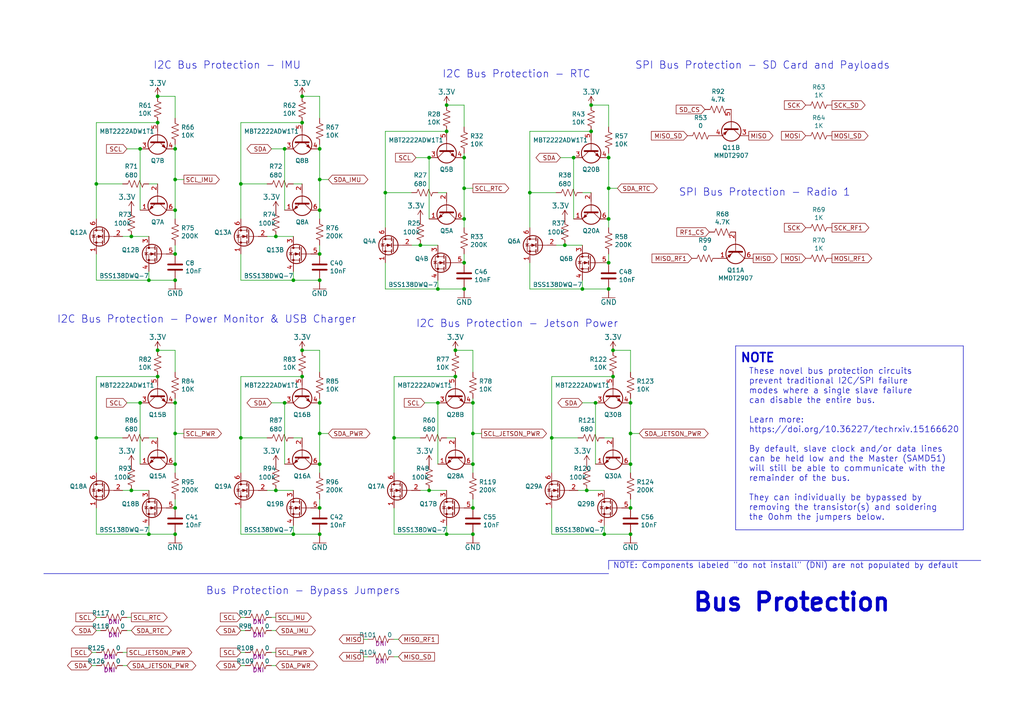
<source format=kicad_sch>
(kicad_sch (version 20230121) (generator eeschema)
  (paper "A4")
  (title_block (title "PyCubed Mainboard") (date "2021-06-09") (rev "v05c") (company "Max Holliday"))
  (junction (at 50.8 147.32))
  (junction (at 176.53 83.82))
  (junction (at 92.71 81.28))
  (junction (at 92.71 52.07))
  (junction (at 134.62 63.5))
  (junction (at 134.62 45.72))
  (junction (at 111.76 55.88))
  (junction (at 50.8 116.84))
  (junction (at 182.88 125.73))
  (junction (at 137.16 154.94))
  (junction (at 182.88 134.62))
  (junction (at 50.8 134.62))
  (junction (at 82.55 116.84))
  (junction (at 176.53 45.72))
  (junction (at 85.09 154.94))
  (junction (at 92.71 154.94))
  (junction (at 176.53 76.2))
  (junction (at 45.72 35.56))
  (junction (at 137.16 134.62))
  (junction (at 50.8 73.66))
  (junction (at 129.54 30.48))
  (junction (at 87.63 35.56))
  (junction (at 137.16 147.32))
  (junction (at 40.64 43.18))
  (junction (at 45.72 101.6))
  (junction (at 114.3 127))
  (junction (at 92.71 60.96))
  (junction (at 43.18 81.28))
  (junction (at 80.01 142.24))
  (junction (at 50.8 81.28))
  (junction (at 132.08 109.22))
  (junction (at 171.45 38.1))
  (junction (at 50.8 43.18))
  (junction (at 92.71 116.84))
  (junction (at 182.88 147.32))
  (junction (at 134.62 76.2))
  (junction (at 45.72 109.22))
  (junction (at 121.92 71.12))
  (junction (at 50.8 125.73))
  (junction (at 137.16 116.84))
  (junction (at 134.62 54.61))
  (junction (at 129.54 38.1))
  (junction (at 50.8 154.94))
  (junction (at 43.18 154.94))
  (junction (at 160.02 127))
  (junction (at 163.83 71.12))
  (junction (at 182.88 116.84))
  (junction (at 172.72 116.84))
  (junction (at 50.8 60.96))
  (junction (at 45.72 27.94))
  (junction (at 171.45 30.48))
  (junction (at 87.63 109.22))
  (junction (at 124.46 45.72))
  (junction (at 80.01 68.58))
  (junction (at 87.63 101.6))
  (junction (at 38.1 142.24))
  (junction (at 176.53 63.5))
  (junction (at 27.94 127))
  (junction (at 176.53 54.61))
  (junction (at 175.26 154.94))
  (junction (at 137.16 125.73))
  (junction (at 127 83.82))
  (junction (at 92.71 125.73))
  (junction (at 27.94 53.34))
  (junction (at 38.1 68.58))
  (junction (at 132.08 101.6))
  (junction (at 168.91 83.82))
  (junction (at 50.8 52.07))
  (junction (at 69.85 127))
  (junction (at 92.71 43.18))
  (junction (at 87.63 27.94))
  (junction (at 69.85 53.34))
  (junction (at 82.55 43.18))
  (junction (at 170.18 142.24))
  (junction (at 129.54 154.94))
  (junction (at 40.64 116.84))
  (junction (at 92.71 147.32))
  (junction (at 166.37 45.72))
  (junction (at 153.67 55.88))
  (junction (at 177.8 109.22))
  (junction (at 177.8 101.6))
  (junction (at 134.62 83.82))
  (junction (at 92.71 134.62))
  (junction (at 124.46 142.24))
  (junction (at 92.71 73.66))
  (junction (at 85.09 81.28))
  (junction (at 182.88 154.94))
  (junction (at 127 116.84))
  (wire (pts (xy 40.64 43.18) (xy 40.64 60.96)))
  (wire (pts (xy 40.64 116.84) (xy 40.64 134.62)))
  (wire (pts (xy 137.16 115.57) (xy 137.16 116.84)))
  (wire (pts (xy 69.85 179.07) (xy 71.12 179.07)))
  (wire (pts (xy 134.62 66.04) (xy 134.62 63.5)))
  (wire (pts (xy 69.85 73.66) (xy 69.85 81.28)))
  (wire (pts (xy 105.41 190.5) (xy 106.68 190.5)))
  (wire (pts (xy 69.85 189.23) (xy 71.12 189.23)))
  (wire (pts (xy 176.53 54.61) (xy 176.53 45.72)))
  (wire (pts (xy 127 83.82) (xy 134.62 83.82)))
  (wire (pts (xy 172.72 116.84) (xy 172.72 134.62)))
  (wire (pts (xy 160.02 147.32) (xy 160.02 154.94)))
  (wire (pts (xy 27.94 179.07) (xy 29.21 179.07)))
  (wire (pts (xy 153.67 38.1) (xy 171.45 38.1)))
  (wire (pts (xy 50.8 134.62) (xy 50.8 125.73)))
  (wire (pts (xy 38.1 179.07) (xy 36.83 179.07)))
  (wire (pts (xy 69.85 193.04) (xy 71.12 193.04)))
  (wire (pts (xy 120.65 45.72) (xy 124.46 45.72)))
  (wire (pts (xy 92.71 41.91) (xy 92.71 43.18)))
  (wire (pts (xy 115.57 185.42) (xy 114.3 185.42)))
  (wire (pts (xy 43.18 142.24) (xy 38.1 142.24)))
  (wire (pts (xy 182.88 134.62) (xy 182.88 125.73)))
  (wire (pts (xy 78.74 116.84) (xy 82.55 116.84)))
  (wire (pts (xy 127 116.84) (xy 127 134.62)))
  (wire (pts (xy 182.88 137.16) (xy 182.88 134.62)))
  (wire (pts (xy 127 81.28) (xy 127 83.82)))
  (wire (pts (xy 111.76 83.82) (xy 127 83.82)))
  (wire (pts (xy 160.02 154.94) (xy 175.26 154.94)))
  (wire (pts (xy 115.57 190.5) (xy 114.3 190.5)))
  (wire (pts (xy 137.16 137.16) (xy 137.16 134.62)))
  (wire (pts (xy 121.92 71.12) (xy 119.38 71.12)))
  (wire (pts (xy 129.54 55.88) (xy 127 55.88)))
  (wire (pts (xy 182.88 144.78) (xy 182.88 147.32)))
  (wire (pts (xy 129.54 154.94) (xy 137.16 154.94)))
  (wire (pts (xy 27.94 127) (xy 35.56 127)))
  (wire (pts (xy 175.26 142.24) (xy 170.18 142.24)))
  (wire (pts (xy 92.71 125.73) (xy 92.71 116.84)))
  (wire (pts (xy 82.55 43.18) (xy 82.55 60.96)))
  (wire (pts (xy 80.01 179.07) (xy 78.74 179.07)))
  (wire (pts (xy 50.8 52.07) (xy 50.8 43.18)))
  (wire (pts (xy 134.62 54.61) (xy 134.62 45.72)))
  (wire (pts (xy 50.8 137.16) (xy 50.8 134.62)))
  (wire (pts (xy 43.18 78.74) (xy 43.18 81.28)))
  (wire (pts (xy 50.8 101.6) (xy 45.72 101.6)))
  (wire (pts (xy 53.34 125.73) (xy 50.8 125.73)))
  (wire (pts (xy 85.09 68.58) (xy 80.01 68.58)))
  (wire (pts (xy 111.76 66.04) (xy 111.76 55.88)))
  (wire (pts (xy 137.16 144.78) (xy 137.16 147.32)))
  (polyline (pts (xy 176.53 162.56) (xy 284.48 162.56)))
  (wire (pts (xy 85.09 81.28) (xy 92.71 81.28)))
  (wire (pts (xy 114.3 127) (xy 114.3 109.22)))
  (wire (pts (xy 45.72 127) (xy 43.18 127)))
  (wire (pts (xy 176.53 44.45) (xy 176.53 45.72)))
  (wire (pts (xy 38.1 68.58) (xy 35.56 68.58)))
  (wire (pts (xy 114.3 154.94) (xy 129.54 154.94)))
  (wire (pts (xy 137.16 125.73) (xy 137.16 116.84)))
  (wire (pts (xy 27.94 53.34) (xy 27.94 35.56)))
  (wire (pts (xy 153.67 66.04) (xy 153.67 55.88)))
  (wire (pts (xy 160.02 137.16) (xy 160.02 127)))
  (wire (pts (xy 92.71 134.62) (xy 92.71 125.73)))
  (wire (pts (xy 92.71 63.5) (xy 92.71 60.96)))
  (wire (pts (xy 176.53 30.48) (xy 171.45 30.48)))
  (wire (pts (xy 168.91 116.84) (xy 172.72 116.84)))
  (wire (pts (xy 139.7 125.73) (xy 137.16 125.73)))
  (wire (pts (xy 50.8 60.96) (xy 50.8 52.07)))
  (wire (pts (xy 171.45 55.88) (xy 168.91 55.88)))
  (wire (pts (xy 85.09 142.24) (xy 80.01 142.24)))
  (wire (pts (xy 50.8 34.29) (xy 50.8 27.94)))
  (wire (pts (xy 80.01 189.23) (xy 78.74 189.23)))
  (wire (pts (xy 50.8 144.78) (xy 50.8 147.32)))
  (wire (pts (xy 137.16 107.95) (xy 137.16 101.6)))
  (wire (pts (xy 38.1 142.24) (xy 35.56 142.24)))
  (wire (pts (xy 111.76 55.88) (xy 111.76 38.1)))
  (wire (pts (xy 36.83 43.18) (xy 40.64 43.18)))
  (wire (pts (xy 182.88 101.6) (xy 177.8 101.6)))
  (wire (pts (xy 50.8 115.57) (xy 50.8 116.84)))
  (wire (pts (xy 27.94 63.5) (xy 27.94 53.34)))
  (wire (pts (xy 38.1 182.88) (xy 36.83 182.88)))
  (wire (pts (xy 43.18 152.4) (xy 43.18 154.94)))
  (wire (pts (xy 50.8 107.95) (xy 50.8 101.6)))
  (wire (pts (xy 134.62 30.48) (xy 129.54 30.48)))
  (wire (pts (xy 69.85 127) (xy 69.85 109.22)))
  (wire (pts (xy 92.71 27.94) (xy 87.63 27.94)))
  (wire (pts (xy 80.01 142.24) (xy 77.47 142.24)))
  (wire (pts (xy 182.88 115.57) (xy 182.88 116.84)))
  (wire (pts (xy 153.67 83.82) (xy 168.91 83.82)))
  (wire (pts (xy 182.88 125.73) (xy 182.88 116.84)))
  (wire (pts (xy 105.41 185.42) (xy 106.68 185.42)))
  (wire (pts (xy 92.71 60.96) (xy 92.71 52.07)))
  (wire (pts (xy 114.3 127) (xy 121.92 127)))
  (wire (pts (xy 176.53 36.83) (xy 176.53 30.48)))
  (wire (pts (xy 176.53 63.5) (xy 176.53 54.61)))
  (wire (pts (xy 114.3 147.32) (xy 114.3 154.94)))
  (wire (pts (xy 175.26 152.4) (xy 175.26 154.94)))
  (wire (pts (xy 92.71 71.12) (xy 92.71 73.66)))
  (wire (pts (xy 168.91 83.82) (xy 176.53 83.82)))
  (wire (pts (xy 80.01 193.04) (xy 78.74 193.04)))
  (polyline (pts (xy 213.36 100.33) (xy 213.36 153.67)))
  (wire (pts (xy 92.71 101.6) (xy 87.63 101.6)))
  (wire (pts (xy 69.85 81.28) (xy 85.09 81.28)))
  (wire (pts (xy 26.67 189.23) (xy 27.94 189.23)))
  (wire (pts (xy 27.94 137.16) (xy 27.94 127)))
  (wire (pts (xy 111.76 76.2) (xy 111.76 83.82)))
  (wire (pts (xy 80.01 68.58) (xy 77.47 68.58)))
  (wire (pts (xy 160.02 127) (xy 160.02 109.22)))
  (wire (pts (xy 50.8 41.91) (xy 50.8 43.18)))
  (wire (pts (xy 69.85 154.94) (xy 85.09 154.94)))
  (wire (pts (xy 87.63 53.34) (xy 85.09 53.34)))
  (wire (pts (xy 114.3 109.22) (xy 132.08 109.22)))
  (wire (pts (xy 85.09 78.74) (xy 85.09 81.28)))
  (wire (pts (xy 160.02 109.22) (xy 177.8 109.22)))
  (wire (pts (xy 53.34 52.07) (xy 50.8 52.07)))
  (wire (pts (xy 134.62 44.45) (xy 134.62 45.72)))
  (wire (pts (xy 92.71 144.78) (xy 92.71 147.32)))
  (wire (pts (xy 69.85 137.16) (xy 69.85 127)))
  (wire (pts (xy 50.8 27.94) (xy 45.72 27.94)))
  (wire (pts (xy 27.94 147.32) (xy 27.94 154.94)))
  (wire (pts (xy 153.67 55.88) (xy 153.67 38.1)))
  (wire (pts (xy 80.01 182.88) (xy 78.74 182.88)))
  (wire (pts (xy 92.71 115.57) (xy 92.71 116.84)))
  (wire (pts (xy 26.67 193.04) (xy 27.94 193.04)))
  (wire (pts (xy 166.37 45.72) (xy 166.37 63.5)))
  (wire (pts (xy 127 71.12) (xy 121.92 71.12)))
  (polyline (pts (xy 176.53 165.1) (xy 176.53 162.56)))
  (wire (pts (xy 27.94 154.94) (xy 43.18 154.94)))
  (wire (pts (xy 36.83 189.23) (xy 35.56 189.23)))
  (wire (pts (xy 43.18 81.28) (xy 50.8 81.28)))
  (wire (pts (xy 177.8 127) (xy 175.26 127)))
  (wire (pts (xy 27.94 109.22) (xy 45.72 109.22)))
  (wire (pts (xy 95.25 52.07) (xy 92.71 52.07)))
  (wire (pts (xy 27.94 53.34) (xy 35.56 53.34)))
  (wire (pts (xy 176.53 66.04) (xy 176.53 63.5)))
  (wire (pts (xy 153.67 55.88) (xy 161.29 55.88)))
  (wire (pts (xy 69.85 35.56) (xy 87.63 35.56)))
  (wire (pts (xy 36.83 116.84) (xy 40.64 116.84)))
  (wire (pts (xy 27.94 182.88) (xy 29.21 182.88)))
  (wire (pts (xy 163.83 71.12) (xy 161.29 71.12)))
  (wire (pts (xy 50.8 125.73) (xy 50.8 116.84)))
  (wire (pts (xy 153.67 76.2) (xy 153.67 83.82)))
  (wire (pts (xy 27.94 35.56) (xy 45.72 35.56)))
  (wire (pts (xy 137.16 101.6) (xy 132.08 101.6)))
  (wire (pts (xy 87.63 127) (xy 85.09 127)))
  (wire (pts (xy 69.85 53.34) (xy 77.47 53.34)))
  (wire (pts (xy 27.94 81.28) (xy 43.18 81.28)))
  (wire (pts (xy 137.16 134.62) (xy 137.16 125.73)))
  (wire (pts (xy 124.46 142.24) (xy 121.92 142.24)))
  (wire (pts (xy 50.8 63.5) (xy 50.8 60.96)))
  (wire (pts (xy 92.71 137.16) (xy 92.71 134.62)))
  (wire (pts (xy 160.02 127) (xy 167.64 127)))
  (wire (pts (xy 175.26 154.94) (xy 182.88 154.94)))
  (wire (pts (xy 179.07 54.61) (xy 176.53 54.61)))
  (wire (pts (xy 43.18 68.58) (xy 38.1 68.58)))
  (wire (pts (xy 134.62 63.5) (xy 134.62 54.61)))
  (wire (pts (xy 137.16 54.61) (xy 134.62 54.61)))
  (wire (pts (xy 168.91 81.28) (xy 168.91 83.82)))
  (wire (pts (xy 182.88 107.95) (xy 182.88 101.6)))
  (wire (pts (xy 111.76 38.1) (xy 129.54 38.1)))
  (wire (pts (xy 170.18 142.24) (xy 167.64 142.24)))
  (wire (pts (xy 78.74 43.18) (xy 82.55 43.18)))
  (wire (pts (xy 27.94 127) (xy 27.94 109.22)))
  (polyline (pts (xy 279.4 100.33) (xy 213.36 100.33)))
  (wire (pts (xy 43.18 154.94) (xy 50.8 154.94)))
  (wire (pts (xy 27.94 73.66) (xy 27.94 81.28)))
  (wire (pts (xy 85.09 152.4) (xy 85.09 154.94)))
  (wire (pts (xy 92.71 52.07) (xy 92.71 43.18)))
  (wire (pts (xy 132.08 127) (xy 129.54 127)))
  (polyline (pts (xy 12.7 166.37) (xy 176.53 166.37)))
  (wire (pts (xy 129.54 142.24) (xy 124.46 142.24)))
  (wire (pts (xy 134.62 36.83) (xy 134.62 30.48)))
  (wire (pts (xy 69.85 63.5) (xy 69.85 53.34)))
  (polyline (pts (xy 279.4 153.67) (xy 279.4 100.33)))
  (wire (pts (xy 185.42 125.73) (xy 182.88 125.73)))
  (wire (pts (xy 69.85 127) (xy 77.47 127)))
  (wire (pts (xy 123.19 116.84) (xy 127 116.84)))
  (wire (pts (xy 69.85 109.22) (xy 87.63 109.22)))
  (wire (pts (xy 82.55 116.84) (xy 82.55 134.62)))
  (wire (pts (xy 69.85 53.34) (xy 69.85 35.56)))
  (wire (pts (xy 114.3 137.16) (xy 114.3 127)))
  (wire (pts (xy 92.71 107.95) (xy 92.71 101.6)))
  (wire (pts (xy 168.91 71.12) (xy 163.83 71.12)))
  (wire (pts (xy 85.09 154.94) (xy 92.71 154.94)))
  (polyline (pts (xy 213.36 153.67) (xy 279.4 153.67)))
  (wire (pts (xy 129.54 152.4) (xy 129.54 154.94)))
  (wire (pts (xy 36.83 193.04) (xy 35.56 193.04)))
  (wire (pts (xy 69.85 147.32) (xy 69.85 154.94)))
  (wire (pts (xy 45.72 53.34) (xy 43.18 53.34)))
  (wire (pts (xy 124.46 45.72) (xy 124.46 63.5)))
  (wire (pts (xy 134.62 73.66) (xy 134.62 76.2)))
  (wire (pts (xy 95.25 125.73) (xy 92.71 125.73)))
  (wire (pts (xy 176.53 73.66) (xy 176.53 76.2)))
  (wire (pts (xy 162.56 45.72) (xy 166.37 45.72)))
  (wire (pts (xy 69.85 182.88) (xy 71.12 182.88)))
  (wire (pts (xy 50.8 71.12) (xy 50.8 73.66)))
  (wire (pts (xy 111.76 55.88) (xy 119.38 55.88)))
  (wire (pts (xy 92.71 34.29) (xy 92.71 27.94)))
  (text "I2C Bus Protection - RTC" (at 128.27 22.86 0) (effects (font (size 2.159 2.159)) (justify left bottom)))
  (text "I2C Bus Protection - Power Monitor & USB Charger" (at 16.51 93.98 0) (effects (font (size 2.159 2.159)) (justify left bottom)))
  (text "SPI Bus Protection - Radio 1" (at 196.85 57.15 0) (effects (font (size 2.159 2.159)) (justify left bottom)))
  (text "SPI Bus Protection - SD Card and Payloads" (at 184.15 20.32 0) (effects (font (size 2.159 2.159)) (justify left bottom)))
  (text "These novel bus protection circuits\nprevent traditional I2C/SPI failure \nmodes where a single slave failure\ncan disable the entire bus.\n\nLearn more: \nhttps://doi.org/10.36227/techrxiv.15166620\n\nBy default, slave clock and/or data lines \ncan be held low and the Master (SAMD51) \nwill still be able to communicate with the \nremainder of the bus.\n\nThey can individually be bypassed by \nremoving the transistor(s) and soldering\nthe 0ohm the jumpers below." (at 217.17 151.13 0) (effects (font (size 1.7526 1.7526)) (justify left bottom)))
  (text "I2C Bus Protection - Jetson Power\n" (at 120.65 95.25 0) (effects (font (size 2.159 2.159)) (justify left bottom)))
  (text "NOTE" (at 214.63 105.41 0) (effects (font (size 2.54 2.54) (thickness 0.508) bold) (justify left bottom)))
  (text "I2C Bus Protection - IMU" (at 44.45 20.32 0) (effects (font (size 2.159 2.159)) (justify left bottom)))
  (text "Bus Protection - Bypass Jumpers" (at 59.69 172.72 0) (effects (font (size 2.159 2.159)) (justify left bottom)))
  (text "NOTE: Components labeled \"do not install\" (DNI) are not populated by default" (at 177.8 165.1 0) (effects (font (size 1.651 1.651)) (justify left bottom)))
  (text "Bus Protection" (at 200.66 177.8 0) (effects (font (size 5.08 5.08) (thickness 1.016) bold) (justify left bottom)))
  (global_label "SCL" (shape input) (at 26.67 189.23 180) (property "Intersheetrefs" "${INTERSHEET_REFS}" (effects hide)))
  (global_label "SCK_SD" (shape output) (at 241.3 30.48 0) (property "Intersheetrefs" "${INTERSHEET_REFS}" (effects hide)))
  (global_label "SCL_JETSON_PWR" (shape output) (at 36.83 189.23 0) (property "Intersheetrefs" "${INTERSHEET_REFS}" (effects hide)))
  (global_label "SDA" (shape bidirectional) (at 78.74 43.18 180) (property "Intersheetrefs" "${INTERSHEET_REFS}" (effects hide)))
  (global_label "MISO_SD" (shape input) (at 199.39 39.37 180) (property "Intersheetrefs" "${INTERSHEET_REFS}" (effects hide)))
  (global_label "SDA" (shape bidirectional) (at 26.67 193.04 180) (property "Intersheetrefs" "${INTERSHEET_REFS}" (effects hide)))
  (global_label "SDA" (shape bidirectional) (at 168.91 116.84 180) (property "Intersheetrefs" "${INTERSHEET_REFS}" (effects hide)))
  (global_label "SCL_JETSON_PWR" (shape output) (at 139.7 125.73 0) (property "Intersheetrefs" "${INTERSHEET_REFS}" (effects hide)))
  (global_label "SDA_IMU" (shape bidirectional) (at 80.01 182.88 0) (property "Intersheetrefs" "${INTERSHEET_REFS}" (effects hide)))
  (global_label "SCL" (shape input) (at 123.19 116.84 180) (property "Intersheetrefs" "${INTERSHEET_REFS}" (effects hide)))
  (global_label "SDA_JETSON_PWR" (shape bidirectional) (at 185.42 125.73 0) (property "Intersheetrefs" "${INTERSHEET_REFS}" (effects hide)))
  (global_label "SCL_RTC" (shape output) (at 38.1 179.07 0) (property "Intersheetrefs" "${INTERSHEET_REFS}" (effects hide)))
  (global_label "MISO" (shape output) (at 105.41 185.42 180) (property "Intersheetrefs" "${INTERSHEET_REFS}" (effects hide)))
  (global_label "SDA_PWR" (shape bidirectional) (at 80.01 193.04 0) (property "Intersheetrefs" "${INTERSHEET_REFS}" (effects hide)))
  (global_label "MOSI_SD" (shape output) (at 241.3 39.37 0) (property "Intersheetrefs" "${INTERSHEET_REFS}" (effects hide)))
  (global_label "SDA_RTC" (shape bidirectional) (at 179.07 54.61 0) (property "Intersheetrefs" "${INTERSHEET_REFS}" (effects hide)))
  (global_label "MISO" (shape output) (at 105.41 190.5 180) (property "Intersheetrefs" "${INTERSHEET_REFS}" (effects hide)))
  (global_label "SD_CS" (shape input) (at 204.47 31.75 180) (property "Intersheetrefs" "${INTERSHEET_REFS}" (effects hide)))
  (global_label "SCL" (shape input) (at 69.85 179.07 180) (property "Intersheetrefs" "${INTERSHEET_REFS}" (effects hide)))
  (global_label "SCL" (shape input) (at 69.85 189.23 180) (property "Intersheetrefs" "${INTERSHEET_REFS}" (effects hide)))
  (global_label "MISO_RF1" (shape input) (at 200.66 74.93 180) (property "Intersheetrefs" "${INTERSHEET_REFS}" (effects hide)))
  (global_label "SCL" (shape input) (at 27.94 179.07 180) (property "Intersheetrefs" "${INTERSHEET_REFS}" (effects hide)))
  (global_label "SCL" (shape input) (at 120.65 45.72 180) (property "Intersheetrefs" "${INTERSHEET_REFS}" (effects hide)))
  (global_label "SCK" (shape input) (at 233.68 30.48 180) (property "Intersheetrefs" "${INTERSHEET_REFS}" (effects hide)))
  (global_label "SCK" (shape input) (at 233.68 66.04 180) (property "Intersheetrefs" "${INTERSHEET_REFS}" (effects hide)))
  (global_label "SCL_IMU" (shape output) (at 80.01 179.07 0) (property "Intersheetrefs" "${INTERSHEET_REFS}" (effects hide)))
  (global_label "SDA_PWR" (shape bidirectional) (at 95.25 125.73 0) (property "Intersheetrefs" "${INTERSHEET_REFS}" (effects hide)))
  (global_label "MISO" (shape output) (at 217.17 39.37 0) (property "Intersheetrefs" "${INTERSHEET_REFS}" (effects hide)))
  (global_label "MOSI" (shape input) (at 233.68 39.37 180) (property "Intersheetrefs" "${INTERSHEET_REFS}" (effects hide)))
  (global_label "SCL_PWR" (shape output) (at 53.34 125.73 0) (property "Intersheetrefs" "${INTERSHEET_REFS}" (effects hide)))
  (global_label "SDA" (shape bidirectional) (at 162.56 45.72 180) (property "Intersheetrefs" "${INTERSHEET_REFS}" (effects hide)))
  (global_label "SDA" (shape bidirectional) (at 27.94 182.88 180) (property "Intersheetrefs" "${INTERSHEET_REFS}" (effects hide)))
  (global_label "MISO" (shape output) (at 218.44 74.93 0) (property "Intersheetrefs" "${INTERSHEET_REFS}" (effects hide)))
  (global_label "SDA_IMU" (shape bidirectional) (at 95.25 52.07 0) (property "Intersheetrefs" "${INTERSHEET_REFS}" (effects hide)))
  (global_label "MOSI" (shape input) (at 233.68 74.93 180) (property "Intersheetrefs" "${INTERSHEET_REFS}" (effects hide)))
  (global_label "SCL" (shape input) (at 36.83 116.84 180) (property "Intersheetrefs" "${INTERSHEET_REFS}" (effects hide)))
  (global_label "SDA" (shape bidirectional) (at 78.74 116.84 180) (property "Intersheetrefs" "${INTERSHEET_REFS}" (effects hide)))
  (global_label "MISO_RF1" (shape input) (at 115.57 185.42 0) (property "Intersheetrefs" "${INTERSHEET_REFS}" (effects hide)))
  (global_label "SCK_RF1" (shape output) (at 241.3 66.04 0) (property "Intersheetrefs" "${INTERSHEET_REFS}" (effects hide)))
  (global_label "MISO_SD" (shape input) (at 115.57 190.5 0) (property "Intersheetrefs" "${INTERSHEET_REFS}" (effects hide)))
  (global_label "SDA_JETSON_PWR" (shape bidirectional) (at 36.83 193.04 0) (property "Intersheetrefs" "${INTERSHEET_REFS}" (effects hide)))
  (global_label "SDA" (shape bidirectional) (at 69.85 193.04 180) (property "Intersheetrefs" "${INTERSHEET_REFS}" (effects hide)))
  (global_label "SCL_IMU" (shape output) (at 53.34 52.07 0) (property "Intersheetrefs" "${INTERSHEET_REFS}" (effects hide)))
  (global_label "SCL_PWR" (shape output) (at 80.01 189.23 0) (property "Intersheetrefs" "${INTERSHEET_REFS}" (effects hide)))
  (global_label "RF1_CS" (shape input) (at 205.74 67.31 180) (property "Intersheetrefs" "${INTERSHEET_REFS}" (effects hide)))
  (global_label "SDA" (shape bidirectional) (at 69.85 182.88 180) (property "Intersheetrefs" "${INTERSHEET_REFS}" (effects hide)))
  (global_label "MOSI_RF1" (shape output) (at 241.3 74.93 0) (property "Intersheetrefs" "${INTERSHEET_REFS}" (effects hide)))
  (global_label "SDA_RTC" (shape bidirectional) (at 38.1 182.88 0) (property "Intersheetrefs" "${INTERSHEET_REFS}" (effects hide)))
  (global_label "SCL" (shape input) (at 36.83 43.18 180) (property "Intersheetrefs" "${INTERSHEET_REFS}" (effects hide)))
  (global_label "SCL_RTC" (shape output) (at 137.16 54.61 0) (property "Intersheetrefs" "${INTERSHEET_REFS}" (effects hide)))
  (symbol (lib_id "mainboard:BSS138DWQ-7") (at 29.21 68.58 0) (mirror y) (unit 1)
    (property "Reference" "Q12" (at 25.273 67.4116 0) (effects (justify left)))
    (property "Value" "BSS138DWQ-7" (at 43.18 80.01 0) (effects (justify left)))
    (property "Footprint" "mainboard:BSS138DWQ-7" (effects hide))
    (property "Datasheet" "https://www.diodes.com/assets/Datasheets/BSS138DWQ.pdf" (effects hide))
    (property "Description" "Dual N-Channel MOSFET - 2NMOS" (effects hide))
    (property "Flight" "BSS138DWQ-7" (effects hide))
    (property "Manufacturer_Name" "Diodes Incorporated" (effects hide))
    (property "Manufacturer_Part_Number" "BSS138DWQ-7" (effects hide))
    (property "Proto" "BSS138DWQ-7" (effects hide))
  )
  (symbol (lib_id "mainboard:BSS138DWQ-7") (at 44.45 73.66 0) (mirror y) (unit 2)
    (property "Reference" "Q12" (at 40.513 72.4916 0) (effects (justify left)))
    (property "Value" "BSS138DWQ-7" (effects hide))
    (property "Footprint" "mainboard:BSS138DWQ-7" (effects hide))
    (property "Datasheet" "https://www.diodes.com/assets/Datasheets/BSS138DWQ.pdf" (effects hide))
    (property "Description" "Dual N-Channel MOSFET - 2NMOS" (effects hide))
    (property "Flight" "BSS138DWQ-7" (effects hide))
    (property "Manufacturer_Name" "Diodes Incorporated" (effects hide))
    (property "Manufacturer_Part_Number" "BSS138DWQ-7" (effects hide))
    (property "Proto" "BSS138DWQ-7" (effects hide))
  )
  (symbol (lib_id "Transistor_BJT:MBT2222ADW1T1") (at 45.72 58.42 270) (unit 1)
    (property "Reference" "Q7" (at 45.72 64.4144 90))
    (property "Value" "MBT2222ADW1T1" (effects hide))
    (property "Footprint" "Package_TO_SOT_SMD:SOT-363_SC-70-6" (effects hide))
    (property "Datasheet" "http://www.onsemi.com/pub_link/Collateral/MBT2222ADW1T1-D.PDF" (effects hide))
    (property "Description" "Dual NPN BJT - 2NPN" (effects hide))
    (property "Flight" "MBT2222ADW1T1G" (effects hide))
    (property "Manufacturer_Name" "ON Semiconductor" (effects hide))
    (property "Manufacturer_Part_Number" "MBT2222ADW1T1G" (effects hide))
    (property "Proto" "MBT2222ADW1T1G" (effects hide))
  )
  (symbol (lib_id "Transistor_BJT:MBT2222ADW1T1") (at 45.72 40.64 90) (mirror x) (unit 2)
    (property "Reference" "Q7" (at 45.72 46.609 90))
    (property "Value" "MBT2222ADW1T1" (at 36.83 38.1 90))
    (property "Footprint" "Package_TO_SOT_SMD:SOT-363_SC-70-6" (effects hide))
    (property "Datasheet" "http://www.onsemi.com/pub_link/Collateral/MBT2222ADW1T1-D.PDF" (effects hide))
    (property "Description" "Dual NPN BJT - 2NPN" (effects hide))
    (property "Flight" "MBT2222ADW1T1G" (effects hide))
    (property "Manufacturer_Name" "ON Semiconductor" (effects hide))
    (property "Manufacturer_Part_Number" "MBT2222ADW1T1G" (effects hide))
    (property "Proto" "MBT2222ADW1T1G" (effects hide))
  )
  (symbol (lib_id "Device:C") (at 50.8 77.47 0) (unit 1)
    (property "Reference" "C8" (at 53.721 76.3016 0) (effects (justify left)))
    (property "Value" "10nF" (at 53.721 78.613 0) (effects (justify left)))
    (property "Footprint" "Capacitor_SMD:C_0603_1608Metric" (effects hide))
    (property "Description" "10nF +-10% 50V X7R" (effects hide))
  )
  (symbol (lib_id "mainboard:GND") (at 50.8 83.82 0) (unit 1)
    (property "Reference" "#GND045" (effects hide))
    (property "Value" "GND" (at 50.8 85.09 0) (effects (font (size 1.4986 1.4986))))
  )
  (symbol (lib_id "Device:R_US") (at 50.8 38.1 0) (unit 1)
    (property "Reference" "R66" (at 52.5272 36.9316 0) (effects (justify left)))
    (property "Value" "10K" (at 52.5272 39.243 0) (effects (justify left)))
    (property "Footprint" "Resistor_SMD:R_0603_1608Metric" (effects hide))
    (property "Description" "10K 0603" (effects hide))
  )
  (symbol (lib_id "Device:R_US") (at 45.72 31.75 0) (unit 1)
    (property "Reference" "R61" (at 44.0182 30.5816 0) (effects (justify right)))
    (property "Value" "10K" (at 44.0182 32.893 0) (effects (justify right)))
    (property "Footprint" "Resistor_SMD:R_0603_1608Metric" (effects hide))
    (property "Description" "10K 0603" (effects hide))
  )
  (symbol (lib_id "mainboard:3.3V") (at 45.72 27.94 0) (unit 1)
    (property "Reference" "#P+01" (effects hide))
    (property "Value" "3.3V" (at 45.72 24.13 0) (effects (font (size 1.4986 1.4986))))
  )
  (symbol (lib_id "Device:R_US") (at 39.37 53.34 270) (unit 1)
    (property "Reference" "R71" (at 38.1 48.26 90))
    (property "Value" "680" (at 38.1 50.8 90))
    (property "Footprint" "Resistor_SMD:R_0603_1608Metric" (effects hide))
    (property "Description" "680 0603" (effects hide))
  )
  (symbol (lib_id "Device:R_US") (at 38.1 64.77 0) (unit 1)
    (property "Reference" "R73" (at 34.29 62.23 0) (effects (justify left)))
    (property "Value" "100K" (at 33.02 64.77 0) (effects (justify left)))
    (property "Footprint" "Resistor_SMD:R_0603_1608Metric" (effects hide))
    (property "Description" "100K 0603" (effects hide))
  )
  (symbol (lib_id "mainboard:3.3V") (at 38.1 60.96 0) (unit 1)
    (property "Reference" "#P+07" (effects hide))
    (property "Value" "3.3V" (at 36.83 57.15 0) (effects (font (size 1.4986 1.4986))))
  )
  (symbol (lib_id "Device:R_US") (at 50.8 67.31 0) (unit 1)
    (property "Reference" "R75" (at 52.5272 66.1416 0) (effects (justify left)))
    (property "Value" "200K" (at 52.5272 68.453 0) (effects (justify left)))
    (property "Footprint" "Resistor_SMD:R_0603_1608Metric" (effects hide))
    (property "Description" "200K 0603" (effects hide))
  )
  (symbol (lib_id "Transistor_BJT:MBT2222ADW1T1") (at 87.63 58.42 270) (unit 1)
    (property "Reference" "Q8" (at 87.63 64.4144 90))
    (property "Value" "MBT2222ADW1T1" (effects hide))
    (property "Footprint" "Package_TO_SOT_SMD:SOT-363_SC-70-6" (effects hide))
    (property "Datasheet" "http://www.onsemi.com/pub_link/Collateral/MBT2222ADW1T1-D.PDF" (effects hide))
    (property "Description" "Dual NPN BJT - 2NPN" (effects hide))
    (property "Flight" "MBT2222ADW1T1G" (effects hide))
    (property "Manufacturer_Name" "ON Semiconductor" (effects hide))
    (property "Manufacturer_Part_Number" "MBT2222ADW1T1G" (effects hide))
    (property "Proto" "MBT2222ADW1T1G" (effects hide))
  )
  (symbol (lib_id "Transistor_BJT:MBT2222ADW1T1") (at 87.63 40.64 90) (mirror x) (unit 2)
    (property "Reference" "Q8" (at 87.63 46.609 90))
    (property "Value" "MBT2222ADW1T1" (at 78.74 38.1 90))
    (property "Footprint" "Package_TO_SOT_SMD:SOT-363_SC-70-6" (effects hide))
    (property "Datasheet" "http://www.onsemi.com/pub_link/Collateral/MBT2222ADW1T1-D.PDF" (effects hide))
    (property "Description" "Dual NPN BJT - 2NPN" (effects hide))
    (property "Flight" "MBT2222ADW1T1G" (effects hide))
    (property "Manufacturer_Name" "ON Semiconductor" (effects hide))
    (property "Manufacturer_Part_Number" "MBT2222ADW1T1G" (effects hide))
    (property "Proto" "MBT2222ADW1T1G" (effects hide))
  )
  (symbol (lib_id "Device:C") (at 92.71 77.47 0) (unit 1)
    (property "Reference" "C40" (at 95.631 76.3016 0) (effects (justify left)))
    (property "Value" "10nF" (at 95.631 78.613 0) (effects (justify left)))
    (property "Footprint" "Capacitor_SMD:C_0603_1608Metric" (effects hide))
    (property "Description" "10nF +-10% 50V X7R" (effects hide))
  )
  (symbol (lib_id "mainboard:GND") (at 92.71 83.82 0) (unit 1)
    (property "Reference" "#GND046" (effects hide))
    (property "Value" "GND" (at 92.71 85.09 0) (effects (font (size 1.4986 1.4986))))
  )
  (symbol (lib_id "Device:R_US") (at 87.63 31.75 0) (unit 1)
    (property "Reference" "R62" (at 85.9282 30.5816 0) (effects (justify right)))
    (property "Value" "10K" (at 85.9282 32.893 0) (effects (justify right)))
    (property "Footprint" "Resistor_SMD:R_0603_1608Metric" (effects hide))
    (property "Description" "10K 0603" (effects hide))
  )
  (symbol (lib_id "mainboard:3.3V") (at 87.63 27.94 0) (unit 1)
    (property "Reference" "#P+02" (effects hide))
    (property "Value" "3.3V" (at 87.63 24.13 0) (effects (font (size 1.4986 1.4986))))
  )
  (symbol (lib_id "Device:R_US") (at 81.28 53.34 270) (unit 1)
    (property "Reference" "R72" (at 80.01 48.26 90))
    (property "Value" "680" (at 80.01 50.8 90))
    (property "Footprint" "Resistor_SMD:R_0603_1608Metric" (effects hide))
    (property "Description" "680 0603" (effects hide))
  )
  (symbol (lib_id "mainboard:BSS138DWQ-7") (at 86.36 73.66 0) (mirror y) (unit 2)
    (property "Reference" "Q13" (at 82.423 72.4916 0) (effects (justify left)))
    (property "Value" "BSS138DWQ-7" (effects hide))
    (property "Footprint" "mainboard:BSS138DWQ-7" (effects hide))
    (property "Datasheet" "https://www.diodes.com/assets/Datasheets/BSS138DWQ.pdf" (effects hide))
    (property "Description" "Dual N-Channel MOSFET - 2NMOS" (effects hide))
    (property "Flight" "BSS138DWQ-7" (effects hide))
    (property "Manufacturer_Name" "Diodes Incorporated" (effects hide))
    (property "Manufacturer_Part_Number" "BSS138DWQ-7" (effects hide))
    (property "Proto" "BSS138DWQ-7" (effects hide))
  )
  (symbol (lib_id "Device:R_US") (at 92.71 67.31 0) (unit 1)
    (property "Reference" "R76" (at 94.4372 66.1416 0) (effects (justify left)))
    (property "Value" "200K" (at 94.4372 68.453 0) (effects (justify left)))
    (property "Footprint" "Resistor_SMD:R_0603_1608Metric" (effects hide))
    (property "Description" "200K 0603" (effects hide))
  )
  (symbol (lib_id "mainboard:3.3V") (at 80.01 60.96 0) (unit 1)
    (property "Reference" "#P+08" (effects hide))
    (property "Value" "3.3V" (at 78.74 57.15 0) (effects (font (size 1.4986 1.4986))))
  )
  (symbol (lib_id "Device:R_US") (at 80.01 64.77 0) (unit 1)
    (property "Reference" "R74" (at 76.2 62.23 0) (effects (justify left)))
    (property "Value" "100K" (at 74.93 64.77 0) (effects (justify left)))
    (property "Footprint" "Resistor_SMD:R_0603_1608Metric" (effects hide))
    (property "Description" "100K 0603" (effects hide))
  )
  (symbol (lib_id "mainboard:BSS138DWQ-7") (at 71.12 68.58 0) (mirror y) (unit 1)
    (property "Reference" "Q13" (at 67.183 67.4116 0) (effects (justify left)))
    (property "Value" "BSS138DWQ-7" (at 85.09 80.01 0) (effects (justify left)))
    (property "Footprint" "mainboard:BSS138DWQ-7" (effects hide))
    (property "Datasheet" "https://www.diodes.com/assets/Datasheets/BSS138DWQ.pdf" (effects hide))
    (property "Description" "Dual N-Channel MOSFET - 2NMOS" (effects hide))
    (property "Flight" "BSS138DWQ-7" (effects hide))
    (property "Manufacturer_Name" "Diodes Incorporated" (effects hide))
    (property "Manufacturer_Part_Number" "BSS138DWQ-7" (effects hide))
    (property "Proto" "BSS138DWQ-7" (effects hide))
  )
  (symbol (lib_id "Device:R_US") (at 92.71 38.1 0) (unit 1)
    (property "Reference" "R67" (at 94.4372 36.9316 0) (effects (justify left)))
    (property "Value" "10K" (at 94.4372 39.243 0) (effects (justify left)))
    (property "Footprint" "Resistor_SMD:R_0603_1608Metric" (effects hide))
    (property "Description" "10K 0603" (effects hide))
  )
  (symbol (lib_id "Transistor_BJT:MBT2222ADW1T1") (at 45.72 114.3 90) (mirror x) (unit 2)
    (property "Reference" "Q15" (at 45.72 120.269 90))
    (property "Value" "MBT2222ADW1T1" (at 36.83 111.76 90))
    (property "Footprint" "Package_TO_SOT_SMD:SOT-363_SC-70-6" (effects hide))
    (property "Datasheet" "http://www.onsemi.com/pub_link/Collateral/MBT2222ADW1T1-D.PDF" (effects hide))
    (property "Description" "Dual NPN BJT - 2NPN" (effects hide))
    (property "Flight" "MBT2222ADW1T1G" (effects hide))
    (property "Manufacturer_Name" "ON Semiconductor" (effects hide))
    (property "Manufacturer_Part_Number" "MBT2222ADW1T1G" (effects hide))
    (property "Proto" "MBT2222ADW1T1G" (effects hide))
  )
  (symbol (lib_id "Device:C") (at 50.8 151.13 0) (unit 1)
    (property "Reference" "C41" (at 53.721 149.9616 0) (effects (justify left)))
    (property "Value" "10nF" (at 53.721 152.273 0) (effects (justify left)))
    (property "Footprint" "Capacitor_SMD:C_0603_1608Metric" (effects hide))
    (property "Description" "10nF +-10% 50V X7R" (effects hide))
  )
  (symbol (lib_id "mainboard:GND") (at 50.8 157.48 0) (unit 1)
    (property "Reference" "#GND050" (effects hide))
    (property "Value" "GND" (at 50.8 158.75 0) (effects (font (size 1.4986 1.4986))))
  )
  (symbol (lib_id "Device:R_US") (at 45.72 105.41 0) (unit 1)
    (property "Reference" "R82" (at 44.0182 104.2416 0) (effects (justify right)))
    (property "Value" "10K" (at 44.0182 106.553 0) (effects (justify right)))
    (property "Footprint" "Resistor_SMD:R_0603_1608Metric" (effects hide))
    (property "Description" "10K 0603" (effects hide))
  )
  (symbol (lib_id "mainboard:3.3V") (at 45.72 101.6 0) (unit 1)
    (property "Reference" "#P+012" (effects hide))
    (property "Value" "3.3V" (at 45.72 97.79 0) (effects (font (size 1.4986 1.4986))))
  )
  (symbol (lib_id "Device:R_US") (at 39.37 127 270) (unit 1)
    (property "Reference" "R86" (at 38.1 121.92 90))
    (property "Value" "680" (at 38.1 124.46 90))
    (property "Footprint" "Resistor_SMD:R_0603_1608Metric" (effects hide))
    (property "Description" "680 0603" (effects hide))
  )
  (symbol (lib_id "mainboard:BSS138DWQ-7") (at 44.45 147.32 0) (mirror y) (unit 2)
    (property "Reference" "Q18" (at 40.513 146.1516 0) (effects (justify left)))
    (property "Value" "BSS138DWQ-7" (effects hide))
    (property "Footprint" "mainboard:BSS138DWQ-7" (effects hide))
    (property "Datasheet" "https://www.diodes.com/assets/Datasheets/BSS138DWQ.pdf" (effects hide))
    (property "Description" "Dual N-Channel MOSFET - 2NMOS" (effects hide))
    (property "Flight" "BSS138DWQ-7" (effects hide))
    (property "Manufacturer_Name" "Diodes Incorporated" (effects hide))
    (property "Manufacturer_Part_Number" "BSS138DWQ-7" (effects hide))
    (property "Proto" "BSS138DWQ-7" (effects hide))
  )
  (symbol (lib_id "Device:R_US") (at 50.8 140.97 0) (unit 1)
    (property "Reference" "R95" (at 52.5272 139.8016 0) (effects (justify left)))
    (property "Value" "200K" (at 52.5272 142.113 0) (effects (justify left)))
    (property "Footprint" "Resistor_SMD:R_0603_1608Metric" (effects hide))
    (property "Description" "200K 0603" (effects hide))
  )
  (symbol (lib_id "mainboard:3.3V") (at 38.1 134.62 0) (unit 1)
    (property "Reference" "#P+017" (effects hide))
    (property "Value" "3.3V" (at 36.83 130.81 0) (effects (font (size 1.4986 1.4986))))
  )
  (symbol (lib_id "Device:R_US") (at 38.1 138.43 0) (unit 1)
    (property "Reference" "R93" (at 34.29 135.89 0) (effects (justify left)))
    (property "Value" "100K" (at 33.02 138.43 0) (effects (justify left)))
    (property "Footprint" "Resistor_SMD:R_0603_1608Metric" (effects hide))
    (property "Description" "100K 0603" (effects hide))
  )
  (symbol (lib_id "mainboard:BSS138DWQ-7") (at 29.21 142.24 0) (mirror y) (unit 1)
    (property "Reference" "Q18" (at 25.273 141.0716 0) (effects (justify left)))
    (property "Value" "BSS138DWQ-7" (at 43.18 153.67 0) (effects (justify left)))
    (property "Footprint" "mainboard:BSS138DWQ-7" (effects hide))
    (property "Datasheet" "https://www.diodes.com/assets/Datasheets/BSS138DWQ.pdf" (effects hide))
    (property "Description" "Dual N-Channel MOSFET - 2NMOS" (effects hide))
    (property "Flight" "BSS138DWQ-7" (effects hide))
    (property "Manufacturer_Name" "Diodes Incorporated" (effects hide))
    (property "Manufacturer_Part_Number" "BSS138DWQ-7" (effects hide))
    (property "Proto" "BSS138DWQ-7" (effects hide))
  )
  (symbol (lib_id "Device:R_US") (at 50.8 111.76 0) (unit 1)
    (property "Reference" "R84" (at 52.5272 110.5916 0) (effects (justify left)))
    (property "Value" "10K" (at 52.5272 112.903 0) (effects (justify left)))
    (property "Footprint" "Resistor_SMD:R_0603_1608Metric" (effects hide))
    (property "Description" "10K 0603" (effects hide))
  )
  (symbol (lib_id "Transistor_BJT:MBT2222ADW1T1") (at 87.63 114.3 90) (mirror x) (unit 2)
    (property "Reference" "Q16" (at 87.63 120.269 90))
    (property "Value" "MBT2222ADW1T1" (at 78.74 111.76 90))
    (property "Footprint" "Package_TO_SOT_SMD:SOT-363_SC-70-6" (effects hide))
    (property "Datasheet" "http://www.onsemi.com/pub_link/Collateral/MBT2222ADW1T1-D.PDF" (effects hide))
    (property "Description" "Dual NPN BJT - 2NPN" (effects hide))
    (property "Flight" "MBT2222ADW1T1G" (effects hide))
    (property "Manufacturer_Name" "ON Semiconductor" (effects hide))
    (property "Manufacturer_Part_Number" "MBT2222ADW1T1G" (effects hide))
    (property "Proto" "MBT2222ADW1T1G" (effects hide))
  )
  (symbol (lib_id "Device:C") (at 92.71 151.13 0) (unit 1)
    (property "Reference" "C42" (at 95.631 149.9616 0) (effects (justify left)))
    (property "Value" "10nF" (at 95.631 152.273 0) (effects (justify left)))
    (property "Footprint" "Capacitor_SMD:C_0603_1608Metric" (effects hide))
    (property "Description" "10nF +-10% 50V X7R" (effects hide))
  )
  (symbol (lib_id "mainboard:GND") (at 92.71 157.48 0) (unit 1)
    (property "Reference" "#GND053" (effects hide))
    (property "Value" "GND" (at 92.71 158.75 0) (effects (font (size 1.4986 1.4986))))
  )
  (symbol (lib_id "Device:R_US") (at 87.63 105.41 0) (unit 1)
    (property "Reference" "R83" (at 85.9282 104.2416 0) (effects (justify right)))
    (property "Value" "10K" (at 85.9282 106.553 0) (effects (justify right)))
    (property "Footprint" "Resistor_SMD:R_0603_1608Metric" (effects hide))
    (property "Description" "10K 0603" (effects hide))
  )
  (symbol (lib_id "mainboard:3.3V") (at 87.63 101.6 0) (unit 1)
    (property "Reference" "#P+013" (effects hide))
    (property "Value" "3.3V" (at 87.63 97.79 0) (effects (font (size 1.4986 1.4986))))
  )
  (symbol (lib_id "Device:R_US") (at 81.28 127 270) (unit 1)
    (property "Reference" "R87" (at 80.01 121.92 90))
    (property "Value" "680" (at 80.01 124.46 90))
    (property "Footprint" "Resistor_SMD:R_0603_1608Metric" (effects hide))
    (property "Description" "680 0603" (effects hide))
  )
  (symbol (lib_id "mainboard:BSS138DWQ-7") (at 86.36 147.32 0) (mirror y) (unit 2)
    (property "Reference" "Q19" (at 82.423 146.1516 0) (effects (justify left)))
    (property "Value" "BSS138DWQ-7" (effects hide))
    (property "Footprint" "mainboard:BSS138DWQ-7" (effects hide))
    (property "Datasheet" "https://www.diodes.com/assets/Datasheets/BSS138DWQ.pdf" (effects hide))
    (property "Description" "Dual N-Channel MOSFET - 2NMOS" (effects hide))
    (property "Flight" "BSS138DWQ-7" (effects hide))
    (property "Manufacturer_Name" "Diodes Incorporated" (effects hide))
    (property "Manufacturer_Part_Number" "BSS138DWQ-7" (effects hide))
    (property "Proto" "BSS138DWQ-7" (effects hide))
  )
  (symbol (lib_id "Device:R_US") (at 92.71 140.97 0) (unit 1)
    (property "Reference" "R96" (at 94.4372 139.8016 0) (effects (justify left)))
    (property "Value" "200K" (at 94.4372 142.113 0) (effects (justify left)))
    (property "Footprint" "Resistor_SMD:R_0603_1608Metric" (effects hide))
    (property "Description" "200K 0603" (effects hide))
  )
  (symbol (lib_id "mainboard:3.3V") (at 80.01 134.62 0) (unit 1)
    (property "Reference" "#P+018" (effects hide))
    (property "Value" "3.3V" (at 78.74 130.81 0) (effects (font (size 1.4986 1.4986))))
  )
  (symbol (lib_id "Device:R_US") (at 80.01 138.43 0) (unit 1)
    (property "Reference" "R94" (at 76.2 135.89 0) (effects (justify left)))
    (property "Value" "100K" (at 74.93 138.43 0) (effects (justify left)))
    (property "Footprint" "Resistor_SMD:R_0603_1608Metric" (effects hide))
    (property "Description" "100K 0603" (effects hide))
  )
  (symbol (lib_id "mainboard:BSS138DWQ-7") (at 71.12 142.24 0) (mirror y) (unit 1)
    (property "Reference" "Q19" (at 67.183 141.0716 0) (effects (justify left)))
    (property "Value" "BSS138DWQ-7" (at 85.09 153.67 0) (effects (justify left)))
    (property "Footprint" "mainboard:BSS138DWQ-7" (effects hide))
    (property "Datasheet" "https://www.diodes.com/assets/Datasheets/BSS138DWQ.pdf" (effects hide))
    (property "Description" "Dual N-Channel MOSFET - 2NMOS" (effects hide))
    (property "Flight" "BSS138DWQ-7" (effects hide))
    (property "Manufacturer_Name" "Diodes Incorporated" (effects hide))
    (property "Manufacturer_Part_Number" "BSS138DWQ-7" (effects hide))
    (property "Proto" "BSS138DWQ-7" (effects hide))
  )
  (symbol (lib_id "Device:R_US") (at 92.71 111.76 0) (unit 1)
    (property "Reference" "R85" (at 94.4372 110.5916 0) (effects (justify left)))
    (property "Value" "10K" (at 94.4372 112.903 0) (effects (justify left)))
    (property "Footprint" "Resistor_SMD:R_0603_1608Metric" (effects hide))
    (property "Description" "10K 0603" (effects hide))
  )
  (symbol (lib_id "Device:R_US") (at 209.55 67.31 270) (unit 1)
    (property "Reference" "R68" (at 209.55 62.103 90))
    (property "Value" "4.7K" (at 209.55 64.4144 90))
    (property "Footprint" "Resistor_SMD:R_0603_1608Metric" (effects hide))
    (property "Description" "4.7K 0603" (effects hide))
  )
  (symbol (lib_id "Device:R_US") (at 237.49 30.48 270) (unit 1)
    (property "Reference" "R63" (at 237.49 25.273 90))
    (property "Value" "1K" (at 237.49 27.5844 90))
    (property "Footprint" "Resistor_SMD:R_0603_1608Metric" (effects hide))
    (property "Description" "1K 0603" (effects hide))
  )
  (symbol (lib_id "Device:R_US") (at 237.49 66.04 270) (unit 1)
    (property "Reference" "R69" (at 237.49 60.833 90))
    (property "Value" "1K" (at 237.49 63.1444 90))
    (property "Footprint" "Resistor_SMD:R_0603_1608Metric" (effects hide))
    (property "Description" "1K 0603" (effects hide))
  )
  (symbol (lib_id "Device:R_US") (at 237.49 39.37 270) (unit 1)
    (property "Reference" "R64" (at 237.49 34.163 90))
    (property "Value" "1K" (at 237.49 36.4744 90))
    (property "Footprint" "Resistor_SMD:R_0603_1608Metric" (effects hide))
    (property "Description" "1K 0603" (effects hide))
  )
  (symbol (lib_id "Transistor_BJT:MBT2222ADW1T1") (at 45.72 132.08 270) (unit 1)
    (property "Reference" "Q15" (at 45.72 138.0744 90))
    (property "Value" "MBT2222ADW1T1" (effects hide))
    (property "Footprint" "Package_TO_SOT_SMD:SOT-363_SC-70-6" (effects hide))
    (property "Datasheet" "http://www.onsemi.com/pub_link/Collateral/MBT2222ADW1T1-D.PDF" (effects hide))
    (property "Description" "Dual NPN BJT - 2NPN" (effects hide))
    (property "Flight" "MBT2222ADW1T1G" (effects hide))
    (property "Manufacturer_Name" "ON Semiconductor" (effects hide))
    (property "Manufacturer_Part_Number" "MBT2222ADW1T1G" (effects hide))
    (property "Proto" "MBT2222ADW1T1G" (effects hide))
  )
  (symbol (lib_id "Transistor_BJT:MBT2222ADW1T1") (at 87.63 132.08 270) (unit 1)
    (property "Reference" "Q16" (at 87.63 138.0744 90))
    (property "Value" "MBT2222ADW1T1" (effects hide))
    (property "Footprint" "Package_TO_SOT_SMD:SOT-363_SC-70-6" (effects hide))
    (property "Datasheet" "http://www.onsemi.com/pub_link/Collateral/MBT2222ADW1T1-D.PDF" (effects hide))
    (property "Description" "Dual NPN BJT - 2NPN" (effects hide))
    (property "Flight" "MBT2222ADW1T1G" (effects hide))
    (property "Manufacturer_Name" "ON Semiconductor" (effects hide))
    (property "Manufacturer_Part_Number" "MBT2222ADW1T1G" (effects hide))
    (property "Proto" "MBT2222ADW1T1G" (effects hide))
  )
  (symbol (lib_id "Device:R_US") (at 74.93 193.04 270) (unit 1)
    (property "Reference" "R109" (at 71.12 191.77 90))
    (property "Value" "0" (at 77.47 191.77 90))
    (property "Footprint" "Resistor_SMD:R_0603_1608Metric" (effects hide))
    (property "DNI" "DNI" (at 74.93 194.31 90))
    (property "Description" "0 0603" (effects hide))
  )
  (symbol (lib_id "Device:R_US") (at 74.93 179.07 270) (unit 1)
    (property "Reference" "R97" (at 71.12 177.8 90))
    (property "Value" "0" (at 77.47 177.8 90))
    (property "Footprint" "Resistor_SMD:R_0603_1608Metric" (effects hide))
    (property "DNI" "DNI" (at 74.93 180.34 90))
    (property "Description" "0 0603" (effects hide))
  )
  (symbol (lib_id "Device:R_US") (at 74.93 182.88 270) (unit 1)
    (property "Reference" "R98" (at 71.12 181.61 90))
    (property "Value" "0" (at 77.47 181.61 90))
    (property "Footprint" "Resistor_SMD:R_0603_1608Metric" (effects hide))
    (property "DNI" "DNI" (at 74.93 184.15 90))
    (property "Description" "0 0603" (effects hide))
  )
  (symbol (lib_id "Device:R_US") (at 110.49 185.42 270) (unit 1)
    (property "Reference" "R101" (at 106.68 184.15 90))
    (property "Value" "0" (at 113.03 184.15 90))
    (property "Footprint" "Resistor_SMD:R_0603_1608Metric" (effects hide))
    (property "DNI" "DNI" (at 110.49 186.69 90))
    (property "Description" "0 0603" (effects hide))
  )
  (symbol (lib_id "Device:R_US") (at 110.49 190.5 270) (unit 1)
    (property "Reference" "R104" (at 106.68 189.23 90))
    (property "Value" "0" (at 113.03 189.23 90))
    (property "Footprint" "Resistor_SMD:R_0603_1608Metric" (effects hide))
    (property "DNI" "DNI" (at 110.49 191.77 90))
    (property "Description" "0 0603" (effects hide))
  )
  (symbol (lib_id "Device:R_US") (at 74.93 189.23 270) (unit 1)
    (property "Reference" "R108" (at 71.12 187.96 90))
    (property "Value" "0" (at 77.47 187.96 90))
    (property "Footprint" "Resistor_SMD:R_0603_1608Metric" (effects hide))
    (property "DNI" "DNI" (at 74.93 190.5 90))
    (property "Description" "0 0603" (effects hide))
  )
  (symbol (lib_id "Device:R_US") (at 204.47 74.93 270) (unit 1)
    (property "Reference" "R99" (at 204.47 69.723 90))
    (property "Value" "0" (at 204.47 72.0344 90))
    (property "Footprint" "Resistor_SMD:R_0603_1608Metric" (effects hide))
    (property "Description" "0 0603" (effects hide))
  )
  (symbol (lib_id "Device:R_US") (at 237.49 74.93 90) (unit 1)
    (property "Reference" "R70" (at 237.49 69.723 90))
    (property "Value" "1K" (at 237.49 72.0344 90))
    (property "Footprint" "Resistor_SMD:R_0603_1608Metric" (effects hide))
    (property "Description" "1K 0603" (effects hide))
  )
  (symbol (lib_id "Device:R_US") (at 203.2 39.37 270) (unit 1)
    (property "Reference" "R53" (at 203.2 34.163 90))
    (property "Value" "0" (at 203.2 36.4744 90))
    (property "Footprint" "Resistor_SMD:R_0603_1608Metric" (effects hide))
    (property "Description" "0 0603" (effects hide))
  )
  (symbol (lib_id "Device:R_US") (at 208.28 31.75 270) (unit 1)
    (property "Reference" "R92" (at 208.28 26.543 90))
    (property "Value" "4.7k" (at 208.28 28.8544 90))
    (property "Footprint" "Resistor_SMD:R_0603_1608Metric" (effects hide))
    (property "Description" "4.7k 0603" (effects hide))
  )
  (symbol (lib_id "mainboard:MMDT2907") (at 213.36 72.39 270) (unit 1)
    (property "Reference" "Q11" (at 213.36 78.359 90))
    (property "Value" "MMDT2907" (at 213.36 80.6704 90))
    (property "Footprint" "Package_TO_SOT_SMD:SOT-363_SC-70-6" (effects hide))
    (property "Datasheet" "https://www.diodes.com/assets/Datasheets/MMDT2907AQ.pdf" (effects hide))
    (property "Description" "Dual PNP BJT - 2PNP" (effects hide))
    (property "Flight" "MMDT2907AQ-7-F" (effects hide))
    (property "Manufacturer_Name" "Diodes Incorporated" (effects hide))
    (property "Manufacturer_Part_Number" "MMDT2907AQ-7-F" (effects hide))
    (property "Proto" "MMDT2907A" (effects hide))
  )
  (symbol (lib_id "mainboard:MMDT2907") (at 212.09 36.83 270) (unit 2)
    (property "Reference" "Q11" (at 212.09 42.799 90))
    (property "Value" "MMDT2907" (at 212.09 45.1104 90))
    (property "Footprint" "Package_TO_SOT_SMD:SOT-363_SC-70-6" (effects hide))
    (property "Datasheet" "https://www.diodes.com/assets/Datasheets/MMDT2907AQ.pdf" (effects hide))
    (property "Description" "Dual PNP BJT - 2PNP" (effects hide))
    (property "Flight" "MMDT2907AQ-7-F" (effects hide))
    (property "Manufacturer_Name" "Diodes Incorporated" (effects hide))
    (property "Manufacturer_Part_Number" "MMDT2907AQ-7-F" (effects hide))
    (property "Proto" "MMDT2907A" (effects hide))
  )
  (symbol (lib_id "mainboard:3.3V") (at 129.54 30.48 0) (unit 1)
    (property "Reference" "#P+05" (effects hide))
    (property "Value" "3.3V" (at 129.54 26.67 0) (effects (font (size 1.4986 1.4986))))
  )
  (symbol (lib_id "Device:R_US") (at 182.88 140.97 0) (unit 1)
    (property "Reference" "R124" (at 184.6072 139.8016 0) (effects (justify left)))
    (property "Value" "200K" (at 184.6072 142.113 0) (effects (justify left)))
    (property "Footprint" "Resistor_SMD:R_0603_1608Metric" (effects hide))
    (property "Description" "200K 0603" (effects hide))
  )
  (symbol (lib_id "Device:R_US") (at 176.53 40.64 0) (unit 1)
    (property "Reference" "R57" (at 178.2572 39.4716 0) (effects (justify left)))
    (property "Value" "10K" (at 178.2572 41.783 0) (effects (justify left)))
    (property "Footprint" "Resistor_SMD:R_0603_1608Metric" (effects hide))
    (property "Description" "10K 0603" (effects hide))
  )
  (symbol (lib_id "mainboard:BSS138DWQ-7") (at 154.94 71.12 0) (mirror y) (unit 1)
    (property "Reference" "Q6" (at 151.003 69.9516 0) (effects (justify left)))
    (property "Value" "BSS138DWQ-7" (at 168.91 82.55 0) (effects (justify left)))
    (property "Footprint" "mainboard:BSS138DWQ-7" (effects hide))
    (property "Datasheet" "https://www.diodes.com/assets/Datasheets/BSS138DWQ.pdf" (effects hide))
    (property "Description" "Dual N-Channel MOSFET - 2NMOS" (effects hide))
    (property "Flight" "BSS138DWQ-7" (effects hide))
    (property "Manufacturer_Name" "Diodes Incorporated" (effects hide))
    (property "Manufacturer_Part_Number" "BSS138DWQ-7" (effects hide))
    (property "Proto" "BSS138DWQ-7" (effects hide))
  )
  (symbol (lib_id "mainboard:3.3V") (at 124.46 134.62 0) (unit 1)
    (property "Reference" "#P+010" (effects hide))
    (property "Value" "3.3V" (at 123.19 130.81 0) (effects (font (size 1.4986 1.4986))))
  )
  (symbol (lib_id "mainboard:GND") (at 176.53 86.36 0) (unit 1)
    (property "Reference" "#GND037" (effects hide))
    (property "Value" "GND" (at 176.53 87.63 0) (effects (font (size 1.4986 1.4986))))
  )
  (symbol (lib_id "Transistor_BJT:MBT2222ADW1T1") (at 177.8 132.08 270) (unit 1)
    (property "Reference" "Q30" (at 177.8 138.0744 90))
    (property "Value" "MBT2222ADW1T1" (effects hide))
    (property "Footprint" "Package_TO_SOT_SMD:SOT-363_SC-70-6" (effects hide))
    (property "Datasheet" "http://www.onsemi.com/pub_link/Collateral/MBT2222ADW1T1-D.PDF" (effects hide))
    (property "Description" "Dual NPN BJT - 2NPN" (effects hide))
    (property "Flight" "MBT2222ADW1T1G" (effects hide))
    (property "Manufacturer_Name" "ON Semiconductor" (effects hide))
    (property "Manufacturer_Part_Number" "MBT2222ADW1T1G" (effects hide))
    (property "Proto" "MBT2222ADW1T1G" (effects hide))
  )
  (symbol (lib_id "Device:R_US") (at 31.75 193.04 270) (unit 1)
    (property "Reference" "R126" (at 27.94 191.77 90))
    (property "Value" "0" (at 34.29 191.77 90))
    (property "Footprint" "Resistor_SMD:R_0603_1608Metric" (effects hide))
    (property "DNI" "DNI" (at 31.75 194.31 90))
    (property "Description" "0 0603" (effects hide))
  )
  (symbol (lib_id "Device:R_US") (at 125.73 127 270) (unit 1)
    (property "Reference" "R60" (at 124.46 121.92 90))
    (property "Value" "680" (at 124.46 124.46 90))
    (property "Footprint" "Resistor_SMD:R_0603_1608Metric" (effects hide))
    (property "Description" "680 0603" (effects hide))
  )
  (symbol (lib_id "Device:R_US") (at 170.18 138.43 0) (unit 1)
    (property "Reference" "R120" (at 166.37 135.89 0) (effects (justify left)))
    (property "Value" "100K" (at 165.1 138.43 0) (effects (justify left)))
    (property "Footprint" "Resistor_SMD:R_0603_1608Metric" (effects hide))
    (property "Description" "100K 0603" (effects hide))
  )
  (symbol (lib_id "mainboard:3.3V") (at 177.8 101.6 0) (unit 1)
    (property "Reference" "#P+015" (effects hide))
    (property "Value" "3.3V" (at 177.8 97.79 0) (effects (font (size 1.4986 1.4986))))
  )
  (symbol (lib_id "Device:R_US") (at 31.75 189.23 270) (unit 1)
    (property "Reference" "R125" (at 27.94 187.96 90))
    (property "Value" "0" (at 34.29 187.96 90))
    (property "Footprint" "Resistor_SMD:R_0603_1608Metric" (effects hide))
    (property "DNI" "DNI" (at 31.75 190.5 90))
    (property "Description" "0 0603" (effects hide))
  )
  (symbol (lib_id "mainboard:BSS138DWQ-7") (at 130.81 147.32 0) (mirror y) (unit 2)
    (property "Reference" "Q17" (at 126.873 146.1516 0) (effects (justify left)))
    (property "Value" "BSS138DWQ-7" (effects hide))
    (property "Footprint" "mainboard:BSS138DWQ-7" (effects hide))
    (property "Datasheet" "https://www.diodes.com/assets/Datasheets/BSS138DWQ.pdf" (effects hide))
    (property "Description" "Dual N-Channel MOSFET - 2NMOS" (effects hide))
    (property "Flight" "BSS138DWQ-7" (effects hide))
    (property "Manufacturer_Name" "Diodes Incorporated" (effects hide))
    (property "Manufacturer_Part_Number" "BSS138DWQ-7" (effects hide))
    (property "Proto" "BSS138DWQ-7" (effects hide))
  )
  (symbol (lib_id "Transistor_BJT:MBT2222ADW1T1") (at 171.45 60.96 270) (unit 1)
    (property "Reference" "Q20" (at 171.45 66.9544 90))
    (property "Value" "MBT2222ADW1T1" (effects hide))
    (property "Footprint" "Package_TO_SOT_SMD:SOT-363_SC-70-6" (effects hide))
    (property "Datasheet" "http://www.onsemi.com/pub_link/Collateral/MBT2222ADW1T1-D.PDF" (effects hide))
    (property "Description" "Dual NPN BJT - 2NPN" (effects hide))
    (property "Flight" "MBT2222ADW1T1G" (effects hide))
    (property "Manufacturer_Name" "ON Semiconductor" (effects hide))
    (property "Manufacturer_Part_Number" "MBT2222ADW1T1G" (effects hide))
    (property "Proto" "MBT2222ADW1T1G" (effects hide))
  )
  (symbol (lib_id "mainboard:3.3V") (at 121.92 63.5 0) (unit 1)
    (property "Reference" "#P+04" (effects hide))
    (property "Value" "3.3V" (at 120.65 59.69 0) (effects (font (size 1.4986 1.4986))))
  )
  (symbol (lib_id "Transistor_BJT:MBT2222ADW1T1") (at 177.8 114.3 90) (mirror x) (unit 2)
    (property "Reference" "Q30" (at 177.8 120.269 90))
    (property "Value" "MBT2222ADW1T1" (at 168.91 111.76 90))
    (property "Footprint" "Package_TO_SOT_SMD:SOT-363_SC-70-6" (effects hide))
    (property "Datasheet" "http://www.onsemi.com/pub_link/Collateral/MBT2222ADW1T1-D.PDF" (effects hide))
    (property "Description" "Dual NPN BJT - 2NPN" (effects hide))
    (property "Flight" "MBT2222ADW1T1G" (effects hide))
    (property "Manufacturer_Name" "ON Semiconductor" (effects hide))
    (property "Manufacturer_Part_Number" "MBT2222ADW1T1G" (effects hide))
    (property "Proto" "MBT2222ADW1T1G" (effects hide))
  )
  (symbol (lib_id "mainboard:BSS138DWQ-7") (at 170.18 76.2 0) (mirror y) (unit 2)
    (property "Reference" "Q6" (at 166.243 75.0316 0) (effects (justify left)))
    (property "Value" "BSS138DWQ-7" (effects hide))
    (property "Footprint" "mainboard:BSS138DWQ-7" (effects hide))
    (property "Datasheet" "https://www.diodes.com/assets/Datasheets/BSS138DWQ.pdf" (effects hide))
    (property "Description" "Dual N-Channel MOSFET - 2NMOS" (effects hide))
    (property "Flight" "BSS138DWQ-7" (effects hide))
    (property "Manufacturer_Name" "Diodes Incorporated" (effects hide))
    (property "Manufacturer_Part_Number" "BSS138DWQ-7" (effects hide))
    (property "Proto" "BSS138DWQ-7" (effects hide))
  )
  (symbol (lib_id "mainboard:GND") (at 182.88 157.48 0) (unit 1)
    (property "Reference" "#GND055" (effects hide))
    (property "Value" "GND" (at 182.88 158.75 0) (effects (font (size 1.4986 1.4986))))
  )
  (symbol (lib_id "Transistor_BJT:MBT2222ADW1T1") (at 129.54 43.18 90) (mirror x) (unit 2)
    (property "Reference" "Q5" (at 129.54 49.149 90))
    (property "Value" "MBT2222ADW1T1" (at 120.65 40.64 90))
    (property "Footprint" "Package_TO_SOT_SMD:SOT-363_SC-70-6" (effects hide))
    (property "Datasheet" "http://www.onsemi.com/pub_link/Collateral/MBT2222ADW1T1-D.PDF" (effects hide))
    (property "Description" "Dual NPN BJT - 2NPN" (effects hide))
    (property "Flight" "MBT2222ADW1T1G" (effects hide))
    (property "Manufacturer_Name" "ON Semiconductor" (effects hide))
    (property "Manufacturer_Part_Number" "MBT2222ADW1T1G" (effects hide))
    (property "Proto" "MBT2222ADW1T1G" (effects hide))
  )
  (symbol (lib_id "Device:R_US") (at 171.45 34.29 0) (unit 1)
    (property "Reference" "R43" (at 169.7482 33.1216 0) (effects (justify right)))
    (property "Value" "10K" (at 169.7482 35.433 0) (effects (justify right)))
    (property "Footprint" "Resistor_SMD:R_0603_1608Metric" (effects hide))
    (property "Description" "10K 0603" (effects hide))
  )
  (symbol (lib_id "Device:C") (at 134.62 80.01 0) (unit 1)
    (property "Reference" "C46" (at 137.541 78.8416 0) (effects (justify left)))
    (property "Value" "10nF" (at 137.541 81.153 0) (effects (justify left)))
    (property "Footprint" "Capacitor_SMD:C_0603_1608Metric" (effects hide))
    (property "Description" "10nF +-10% 50V X7R" (effects hide))
  )
  (symbol (lib_id "Device:R_US") (at 121.92 67.31 0) (unit 1)
    (property "Reference" "R25" (at 118.11 64.77 0) (effects (justify left)))
    (property "Value" "100K" (at 116.84 67.31 0) (effects (justify left)))
    (property "Footprint" "Resistor_SMD:R_0603_1608Metric" (effects hide))
    (property "Description" "100K 0603" (effects hide))
  )
  (symbol (lib_id "mainboard:BSS138DWQ-7") (at 115.57 142.24 0) (mirror y) (unit 1)
    (property "Reference" "Q17" (at 111.633 141.0716 0) (effects (justify left)))
    (property "Value" "BSS138DWQ-7" (at 129.54 153.67 0) (effects (justify left)))
    (property "Footprint" "mainboard:BSS138DWQ-7" (effects hide))
    (property "Datasheet" "https://www.diodes.com/assets/Datasheets/BSS138DWQ.pdf" (effects hide))
    (property "Description" "Dual N-Channel MOSFET - 2NMOS" (effects hide))
    (property "Flight" "BSS138DWQ-7" (effects hide))
    (property "Manufacturer_Name" "Diodes Incorporated" (effects hide))
    (property "Manufacturer_Part_Number" "BSS138DWQ-7" (effects hide))
    (property "Proto" "BSS138DWQ-7" (effects hide))
  )
  (symbol (lib_id "Device:C") (at 182.88 151.13 0) (unit 1)
    (property "Reference" "C56" (at 185.801 149.9616 0) (effects (justify left)))
    (property "Value" "10nF" (at 185.801 152.273 0) (effects (justify left)))
    (property "Footprint" "Capacitor_SMD:C_0603_1608Metric" (effects hide))
    (property "Description" "10nF +-10% 50V X7R" (effects hide))
  )
  (symbol (lib_id "mainboard:BSS138DWQ-7") (at 113.03 71.12 0) (mirror y) (unit 1)
    (property "Reference" "Q4" (at 109.093 69.9516 0) (effects (justify left)))
    (property "Value" "BSS138DWQ-7" (at 127 82.55 0) (effects (justify left)))
    (property "Footprint" "mainboard:BSS138DWQ-7" (effects hide))
    (property "Datasheet" "https://www.diodes.com/assets/Datasheets/BSS138DWQ.pdf" (effects hide))
    (property "Description" "Dual N-Channel MOSFET - 2NMOS" (effects hide))
    (property "Flight" "BSS138DWQ-7" (effects hide))
    (property "Manufacturer_Name" "Diodes Incorporated" (effects hide))
    (property "Manufacturer_Part_Number" "BSS138DWQ-7" (effects hide))
    (property "Proto" "BSS138DWQ-7" (effects hide))
  )
  (symbol (lib_id "Transistor_BJT:MBT2222ADW1T1") (at 129.54 60.96 270) (unit 1)
    (property "Reference" "Q5" (at 129.54 66.9544 90))
    (property "Value" "MBT2222ADW1T1" (effects hide))
    (property "Footprint" "Package_TO_SOT_SMD:SOT-363_SC-70-6" (effects hide))
    (property "Datasheet" "http://www.onsemi.com/pub_link/Collateral/MBT2222ADW1T1-D.PDF" (effects hide))
    (property "Description" "Dual NPN BJT - 2NPN" (effects hide))
    (property "Flight" "MBT2222ADW1T1G" (effects hide))
    (property "Manufacturer_Name" "ON Semiconductor" (effects hide))
    (property "Manufacturer_Part_Number" "MBT2222ADW1T1G" (effects hide))
    (property "Proto" "MBT2222ADW1T1G" (effects hide))
  )
  (symbol (lib_id "Device:R_US") (at 137.16 140.97 0) (unit 1)
    (property "Reference" "R119" (at 138.8872 139.8016 0) (effects (justify left)))
    (property "Value" "200K" (at 138.8872 142.113 0) (effects (justify left)))
    (property "Footprint" "Resistor_SMD:R_0603_1608Metric" (effects hide))
    (property "Description" "200K 0603" (effects hide))
  )
  (symbol (lib_id "Device:C") (at 176.53 80.01 0) (unit 1)
    (property "Reference" "C48" (at 179.451 78.8416 0) (effects (justify left)))
    (property "Value" "10nF" (at 179.451 81.153 0) (effects (justify left)))
    (property "Footprint" "Capacitor_SMD:C_0603_1608Metric" (effects hide))
    (property "Description" "10nF +-10% 50V X7R" (effects hide))
  )
  (symbol (lib_id "Device:R_US") (at 177.8 105.41 0) (unit 1)
    (property "Reference" "R122" (at 176.0982 104.2416 0) (effects (justify right)))
    (property "Value" "10K" (at 176.0982 106.553 0) (effects (justify right)))
    (property "Footprint" "Resistor_SMD:R_0603_1608Metric" (effects hide))
    (property "Description" "10K 0603" (effects hide))
  )
  (symbol (lib_id "mainboard:3.3V") (at 170.18 134.62 0) (unit 1)
    (property "Reference" "#P+014" (effects hide))
    (property "Value" "3.3V" (at 168.91 130.81 0) (effects (font (size 1.4986 1.4986))))
  )
  (symbol (lib_id "mainboard:BSS138DWQ-7") (at 128.27 76.2 0) (mirror y) (unit 2)
    (property "Reference" "Q4" (at 124.333 75.0316 0) (effects (justify left)))
    (property "Value" "BSS138DWQ-7" (effects hide))
    (property "Footprint" "mainboard:BSS138DWQ-7" (effects hide))
    (property "Datasheet" "https://www.diodes.com/assets/Datasheets/BSS138DWQ.pdf" (effects hide))
    (property "Description" "Dual N-Channel MOSFET - 2NMOS" (effects hide))
    (property "Flight" "BSS138DWQ-7" (effects hide))
    (property "Manufacturer_Name" "Diodes Incorporated" (effects hide))
    (property "Manufacturer_Part_Number" "BSS138DWQ-7" (effects hide))
    (property "Proto" "BSS138DWQ-7" (effects hide))
  )
  (symbol (lib_id "Transistor_BJT:MBT2222ADW1T1") (at 171.45 43.18 90) (mirror x) (unit 2)
    (property "Reference" "Q20" (at 171.45 49.149 90))
    (property "Value" "MBT2222ADW1T1" (at 162.56 40.64 90))
    (property "Footprint" "Package_TO_SOT_SMD:SOT-363_SC-70-6" (effects hide))
    (property "Datasheet" "http://www.onsemi.com/pub_link/Collateral/MBT2222ADW1T1-D.PDF" (effects hide))
    (property "Description" "Dual NPN BJT - 2NPN" (effects hide))
    (property "Flight" "MBT2222ADW1T1G" (effects hide))
    (property "Manufacturer_Name" "ON Semiconductor" (effects hide))
    (property "Manufacturer_Part_Number" "MBT2222ADW1T1G" (effects hide))
    (property "Proto" "MBT2222ADW1T1G" (effects hide))
  )
  (symbol (lib_id "Device:R_US") (at 33.02 182.88 270) (unit 1)
    (property "Reference" "R118" (at 29.21 181.61 90))
    (property "Value" "0" (at 35.56 181.61 90))
    (property "Footprint" "Resistor_SMD:R_0603_1608Metric" (effects hide))
    (property "DNI" "DNI" (at 33.02 184.15 90))
    (property "Description" "0 0603" (effects hide))
  )
  (symbol (lib_id "Device:R_US") (at 134.62 69.85 0) (unit 1)
    (property "Reference" "R33" (at 136.3472 68.6816 0) (effects (justify left)))
    (property "Value" "200K" (at 136.3472 70.993 0) (effects (justify left)))
    (property "Footprint" "Resistor_SMD:R_0603_1608Metric" (effects hide))
    (property "Description" "200K 0603" (effects hide))
  )
  (symbol (lib_id "Device:R_US") (at 165.1 55.88 270) (unit 1)
    (property "Reference" "R38" (at 163.83 50.8 90))
    (property "Value" "680" (at 163.83 53.34 90))
    (property "Footprint" "Resistor_SMD:R_0603_1608Metric" (effects hide))
    (property "Description" "680 0603" (effects hide))
  )
  (symbol (lib_id "mainboard:3.3V") (at 132.08 101.6 0) (unit 1)
    (property "Reference" "#P+011" (effects hide))
    (property "Value" "3.3V" (at 132.08 97.79 0) (effects (font (size 1.4986 1.4986))))
  )
  (symbol (lib_id "Device:C") (at 137.16 151.13 0) (unit 1)
    (property "Reference" "C55" (at 140.081 149.9616 0) (effects (justify left)))
    (property "Value" "10nF" (at 140.081 152.273 0) (effects (justify left)))
    (property "Footprint" "Capacitor_SMD:C_0603_1608Metric" (effects hide))
    (property "Description" "10nF +-10% 50V X7R" (effects hide))
  )
  (symbol (lib_id "Device:R_US") (at 123.19 55.88 270) (unit 1)
    (property "Reference" "R27" (at 121.92 50.8 90))
    (property "Value" "680" (at 121.92 53.34 90))
    (property "Footprint" "Resistor_SMD:R_0603_1608Metric" (effects hide))
    (property "Description" "680 0603" (effects hide))
  )
  (symbol (lib_id "Transistor_BJT:MBT2222ADW1T1") (at 132.08 114.3 90) (mirror x) (unit 2)
    (property "Reference" "Q28" (at 132.08 120.269 90))
    (property "Value" "MBT2222ADW1T1" (at 123.19 111.76 90))
    (property "Footprint" "Package_TO_SOT_SMD:SOT-363_SC-70-6" (effects hide))
    (property "Datasheet" "http://www.onsemi.com/pub_link/Collateral/MBT2222ADW1T1-D.PDF" (effects hide))
    (property "Description" "Dual NPN BJT - 2NPN" (effects hide))
    (property "Flight" "MBT2222ADW1T1G" (effects hide))
    (property "Manufacturer_Name" "ON Semiconductor" (effects hide))
    (property "Manufacturer_Part_Number" "MBT2222ADW1T1G" (effects hide))
    (property "Proto" "MBT2222ADW1T1G" (effects hide))
  )
  (symbol (lib_id "mainboard:BSS138DWQ-7") (at 176.53 147.32 0) (mirror y) (unit 2)
    (property "Reference" "Q29" (at 172.593 146.1516 0) (effects (justify left)))
    (property "Value" "BSS138DWQ-7" (effects hide))
    (property "Footprint" "mainboard:BSS138DWQ-7" (effects hide))
    (property "Datasheet" "https://www.diodes.com/assets/Datasheets/BSS138DWQ.pdf" (effects hide))
    (property "Description" "Dual N-Channel MOSFET - 2NMOS" (effects hide))
    (property "Flight" "BSS138DWQ-7" (effects hide))
    (property "Manufacturer_Name" "Diodes Incorporated" (effects hide))
    (property "Manufacturer_Part_Number" "BSS138DWQ-7" (effects hide))
    (property "Proto" "BSS138DWQ-7" (effects hide))
  )
  (symbol (lib_id "Device:R_US") (at 124.46 138.43 0) (unit 1)
    (property "Reference" "R48" (at 120.65 135.89 0) (effects (justify left)))
    (property "Value" "100K" (at 119.38 138.43 0) (effects (justify left)))
    (property "Footprint" "Resistor_SMD:R_0603_1608Metric" (effects hide))
    (property "Description" "100K 0603" (effects hide))
  )
  (symbol (lib_id "Device:R_US") (at 176.53 69.85 0) (unit 1)
    (property "Reference" "R58" (at 178.2572 68.6816 0) (effects (justify left)))
    (property "Value" "200K" (at 178.2572 70.993 0) (effects (justify left)))
    (property "Footprint" "Resistor_SMD:R_0603_1608Metric" (effects hide))
    (property "Description" "200K 0603" (effects hide))
  )
  (symbol (lib_id "Device:R_US") (at 163.83 67.31 0) (unit 1)
    (property "Reference" "R37" (at 160.02 64.77 0) (effects (justify left)))
    (property "Value" "100K" (at 158.75 67.31 0) (effects (justify left)))
    (property "Footprint" "Resistor_SMD:R_0603_1608Metric" (effects hide))
    (property "Description" "100K 0603" (effects hide))
  )
  (symbol (lib_id "Device:R_US") (at 132.08 105.41 0) (unit 1)
    (property "Reference" "R77" (at 130.3782 104.2416 0) (effects (justify right)))
    (property "Value" "10K" (at 130.3782 106.553 0) (effects (justify right)))
    (property "Footprint" "Resistor_SMD:R_0603_1608Metric" (effects hide))
    (property "Description" "10K 0603" (effects hide))
  )
  (symbol (lib_id "Device:R_US") (at 171.45 127 270) (unit 1)
    (property "Reference" "R121" (at 170.18 121.92 90))
    (property "Value" "680" (at 170.18 124.46 90))
    (property "Footprint" "Resistor_SMD:R_0603_1608Metric" (effects hide))
    (property "Description" "680 0603" (effects hide))
  )
  (symbol (lib_id "mainboard:3.3V") (at 163.83 63.5 0) (unit 1)
    (property "Reference" "#P+06" (effects hide))
    (property "Value" "3.3V" (at 162.56 59.69 0) (effects (font (size 1.4986 1.4986))))
  )
  (symbol (lib_id "Device:R_US") (at 129.54 34.29 0) (unit 1)
    (property "Reference" "R28" (at 127.8382 33.1216 0) (effects (justify right)))
    (property "Value" "10K" (at 127.8382 35.433 0) (effects (justify right)))
    (property "Footprint" "Resistor_SMD:R_0603_1608Metric" (effects hide))
    (property "Description" "10K 0603" (effects hide))
  )
  (symbol (lib_id "Device:R_US") (at 134.62 40.64 0) (unit 1)
    (property "Reference" "R32" (at 136.3472 39.4716 0) (effects (justify left)))
    (property "Value" "10K" (at 136.3472 41.783 0) (effects (justify left)))
    (property "Footprint" "Resistor_SMD:R_0603_1608Metric" (effects hide))
    (property "Description" "10K 0603" (effects hide))
  )
  (symbol (lib_id "mainboard:GND") (at 137.16 157.48 0) (unit 1)
    (property "Reference" "#GND054" (effects hide))
    (property "Value" "GND" (at 137.16 158.75 0) (effects (font (size 1.4986 1.4986))))
  )
  (symbol (lib_id "Device:R_US") (at 182.88 111.76 0) (unit 1)
    (property "Reference" "R123" (at 184.6072 110.5916 0) (effects (justify left)))
    (property "Value" "10K" (at 184.6072 112.903 0) (effects (justify left)))
    (property "Footprint" "Resistor_SMD:R_0603_1608Metric" (effects hide))
    (property "Description" "10K 0603" (effects hide))
  )
  (symbol (lib_id "Device:R_US") (at 137.16 111.76 0) (unit 1)
    (property "Reference" "R78" (at 138.8872 110.5916 0) (effects (justify left)))
    (property "Value" "10K" (at 138.8872 112.903 0) (effects (justify left)))
    (property "Footprint" "Resistor_SMD:R_0603_1608Metric" (effects hide))
    (property "Description" "10K 0603" (effects hide))
  )
  (symbol (lib_id "mainboard:GND") (at 134.62 86.36 0) (unit 1)
    (property "Reference" "#GND034" (effects hide))
    (property "Value" "GND" (at 134.62 87.63 0) (effects (font (size 1.4986 1.4986))))
  )
  (symbol (lib_id "Device:R_US") (at 33.02 179.07 270) (unit 1)
    (property "Reference" "R117" (at 29.21 177.8 90))
    (property "Value" "0" (at 35.56 177.8 90))
    (property "Footprint" "Resistor_SMD:R_0603_1608Metric" (effects hide))
    (property "DNI" "DNI" (at 33.02 180.34 90))
    (property "Description" "0 0603" (effects hide))
  )
  (symbol (lib_id "mainboard:3.3V") (at 171.45 30.48 0) (unit 1)
    (property "Reference" "#P+09" (effects hide))
    (property "Value" "3.3V" (at 171.45 26.67 0) (effects (font (size 1.4986 1.4986))))
  )
  (symbol (lib_id "Transistor_BJT:MBT2222ADW1T1") (at 132.08 132.08 270) (unit 1)
    (property "Reference" "Q28" (at 132.08 138.0744 90))
    (property "Value" "MBT2222ADW1T1" (effects hide))
    (property "Footprint" "Package_TO_SOT_SMD:SOT-363_SC-70-6" (effects hide))
    (property "Datasheet" "http://www.onsemi.com/pub_link/Collateral/MBT2222ADW1T1-D.PDF" (effects hide))
    (property "Description" "Dual NPN BJT - 2NPN" (effects hide))
    (property "Flight" "MBT2222ADW1T1G" (effects hide))
    (property "Manufacturer_Name" "ON Semiconductor" (effects hide))
    (property "Manufacturer_Part_Number" "MBT2222ADW1T1G" (effects hide))
    (property "Proto" "MBT2222ADW1T1G" (effects hide))
  )
  (symbol (lib_id "mainboard:BSS138DWQ-7") (at 161.29 142.24 0) (mirror y) (unit 1)
    (property "Reference" "Q29" (at 157.353 141.0716 0) (effects (justify left)))
    (property "Value" "BSS138DWQ-7" (at 175.26 153.67 0) (effects (justify left)))
    (property "Footprint" "mainboard:BSS138DWQ-7" (effects hide))
    (property "Datasheet" "https://www.diodes.com/assets/Datasheets/BSS138DWQ.pdf" (effects hide))
    (property "Description" "Dual N-Channel MOSFET - 2NMOS" (effects hide))
    (property "Flight" "BSS138DWQ-7" (effects hide))
    (property "Manufacturer_Name" "Diodes Incorporated" (effects hide))
    (property "Manufacturer_Part_Number" "BSS138DWQ-7" (effects hide))
    (property "Proto" "BSS138DWQ-7" (effects hide))
  )
)
</source>
